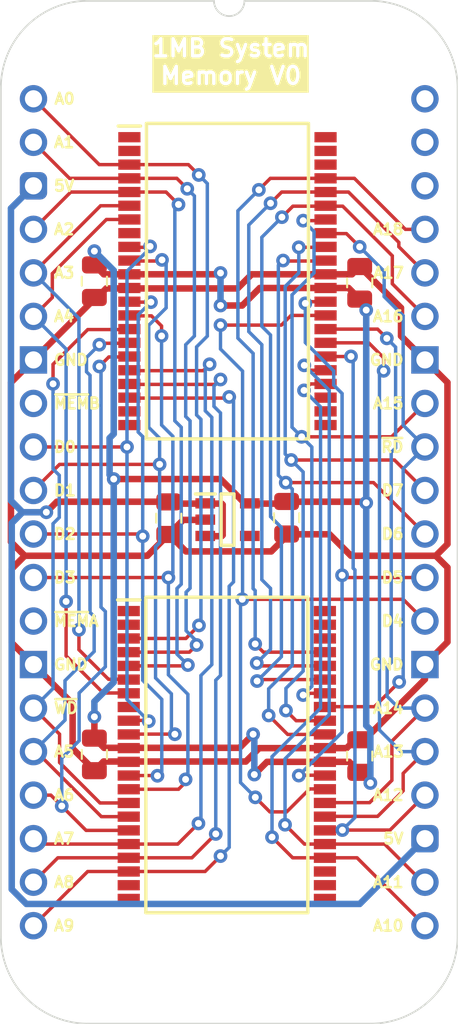
<source format=kicad_pcb>
(kicad_pcb (version 20241229) (generator "pcbnew") (generator_version "9.0")
  (title_block (title "HCP65 Coprocessor Memory") (date "2025-06-15") (rev "V0"))
  (layers (0 "F.Cu" signal) (2 "B.Cu" signal) (13 "F.Paste" user) (15 "B.Paste" user) (5 "F.SilkS" user "F.Silkscreen") (7 "B.SilkS" user "B.Silkscreen") (1 "F.Mask" user) (3 "B.Mask" user) (25 "Edge.Cuts" user))
  (net 0 "")
  (net 3 "A16")
  (net 6 "A17")
  (net 8 "5V")
  (net 10 "GND")
  (net 11 "/3.3V")
  (net 13 "A18")
  (net 23 "D7")
  (net 24 "D6")
  (net 25 "D5")
  (net 26 "D4")
  (net 27 "D3")
  (net 28 "D2")
  (net 29 "D1")
  (net 30 "D0")
  (net 31 "A0")
  (net 32 "A1")
  (net 33 "A2")
  (net 34 "A3")
  (net 35 "A4")
  (net 36 "A5")
  (net 37 "A6")
  (net 38 "A7")
  (net 39 "A8")
  (net 40 "A9")
  (net 41 "A10")
  (net 42 "A11")
  (net 43 "A12")
  (net 44 "A13")
  (net 45 "A14")
  (net 46 "A15")
  (net 53 "~{RD}")
  (net 54 "~{WD}")
  (net 55 "/~{Memory A}")
  (net 56 "/~{Memory B}")
  (net 58 "~{Memory_A}")
  (net 59 "~{Memory_B}")
  (footprint "SamacSys_Parts:SOP80P1176X120-44N" (layer "F.Cu") (at 11.2906 38.296)
    (property "Reference" "IC7" (hide yes))
    (property "Value" "IS61WV5128FBLL-10TLI" (hide yes))
  )
  (footprint "SamacSys_Parts:C_0805" (layer "F.Cu") (at 3.5566 38.247 180)
    (property "Reference" "C20" (hide yes))
    (property "Value" "1μF" (hide yes))
  )
  (footprint "SamacSys_Parts:C_0805" (layer "F.Cu") (at 7.8994 24.4602 180)
    (property "Reference" "C41" (hide yes))
    (property "Value" "10μF" (hide yes))
  )
  (footprint "SamacSys_Parts:C_0805" (layer "F.Cu") (at 19.0506 10.7566)
    (property "Reference" "C1" (hide yes))
    (property "Value" "1μF" (hide yes))
  )
  (footprint "SamacSys_Parts:C_0805" (layer "F.Cu") (at 3.5566 10.6296 180)
    (property "Reference" "C2" (hide yes))
    (property "Value" "1μF" (hide yes))
  )
  (footprint "SamacSys_Parts:SOT95P285X130-5N" (layer "F.Cu") (at 11.333 24.5618)
    (property "Reference" "IC36" (hide yes))
    (property "Value" "AP7365-33WG-7" (hide yes))
  )
  (footprint "SamacSys_Parts:DIP-40_Board_W22.86mm" (layer "F.Cu") (at 0 0)
    (property "Reference" "J3" (hide yes))
    (property "Value" "Conn_02x20_Counter_Clockwise")
    (fp_line (start -1.905 -0.635) (end -1.905 48.895) (stroke (width 0.1)) (layer "Edge.Cuts"))
    (fp_line (start 10.541 -5.715) (end 3.175 -5.715) (stroke (width 0.1)) (layer "Edge.Cuts"))
    (fp_line (start 19.685 -5.715) (end 12.319 -5.715) (stroke (width 0.1)) (layer "Edge.Cuts"))
    (fp_line (start 19.685 53.975) (end 3.175 53.975) (stroke (width 0.1)) (layer "Edge.Cuts"))
    (fp_line (start 24.765 48.895) (end 24.765 -0.635) (stroke (width 0.1)) (layer "Edge.Cuts"))
    (fp_arc (start -1.905 -0.635) (mid -0.417102 -4.227102) (end 3.175 -5.715) (stroke (width 0.1)) (layer "Edge.Cuts"))
    (fp_arc (start 3.175 53.975) (mid -0.417102 52.487102) (end -1.905 48.895) (stroke (width 0.1)) (layer "Edge.Cuts"))
    (fp_arc (start 12.319 -5.715) (mid 11.43 -4.826) (end 10.541 -5.715) (stroke (width 0.1)) (layer "Edge.Cuts"))
    (fp_arc (start 19.685 -5.715) (mid 23.277102 -4.227102) (end 24.765 -0.635) (stroke (width 0.1)) (layer "Edge.Cuts"))
    (fp_arc (start 24.765 48.895) (mid 23.277102 52.487102) (end 19.685 53.975) (stroke (width 0.1)) (layer "Edge.Cuts"))
  )
  (footprint "SamacSys_Parts:C_0805" (layer "F.Cu") (at 19.0506 38.374)
    (property "Reference" "C3" (hide yes))
    (property "Value" "1μF" (hide yes))
  )
  (footprint "SamacSys_Parts:SOP80P1176X120-44N" (layer "F.Cu") (at 11.3284 10.6426)
    (property "Reference" "IC4" (hide yes))
    (property "Value" "IS61WV5128FBLL-10TLI" (hide yes))
  )
  (footprint "SamacSys_Parts:C_0805" (layer "F.Cu") (at 14.7828 24.4348 180)
    (property "Reference" "C42" (hide yes))
    (property "Value" "10μF" (hide yes))
  )
  (footprint "SamacSys_Parts:PinHeader_1x20_P2.54mm_Vertical" (layer "B.Cu") (at 0 0 180)
    (property "Reference" "J1" (hide yes))
    (property "Value" "Pin_Header_01x20" (hide yes))
  )
  (footprint "SamacSys_Parts:PinHeader_1x20_P2.54mm_Vertical" (layer "B.Cu") (at 22.86 0 180)
    (property "Reference" "J2" (hide yes))
    (property "Value" "Pin_Header_01x20" (hide yes))
  )
  (gr_text "5V" (at 1.1176 5.08 0) (layer "F.SilkS") (effects (font (size 0.635 0.635)) (justify left)))
  (gr_text "GND" (at 21.6916 15.24 0) (layer "F.SilkS") (effects (font (size 0.635 0.635)) (justify right)))
  (gr_text "A6" (at 1.1176 40.64 0) (layer "F.SilkS") (effects (font (size 0.635 0.635)) (justify left)))
  (gr_text "A10" (at 21.6916 48.26 0) (layer "F.SilkS") (effects (font (size 0.635 0.635)) (justify right)))
  (gr_text "A11" (at 21.6916 45.72 0) (layer "F.SilkS") (effects (font (size 0.635 0.635)) (justify right)))
  (gr_text "GND" (at 1.1176 15.24 0) (layer "F.SilkS") (effects (font (size 0.635 0.635)) (justify left)))
  (gr_text "D4" (at 21.6916 30.48 0) (layer "F.SilkS") (effects (font (size 0.635 0.635)) (justify right)))
  (gr_text "A15" (at 21.6916 17.78 0) (layer "F.SilkS") (effects (font (size 0.635 0.635)) (justify right)))
  (gr_text "D6" (at 21.6916 25.4 0) (layer "F.SilkS") (effects (font (size 0.635 0.635)) (justify right)))
  (gr_text "~{MEM}B" (at 1.1176 17.78 0) (layer "F.SilkS") (effects (font (size 0.635 0.635)) (justify left)))
  (gr_text "D5" (at 21.6916 27.94 0) (layer "F.SilkS") (effects (font (size 0.635 0.635)) (justify right)))
  (gr_text "1MB System\nMemory V0" (at 11.5316 -0.762 0) (layer "F.SilkS" knockout) (effects (font (size 1 1) (thickness 0.2) (bold yes)) (justify bottom)))
  (gr_text "A14" (at 21.6916 35.56 0) (layer "F.SilkS") (effects (font (size 0.635 0.635)) (justify right)))
  (gr_text "A2" (at 1.1176 7.62 0) (layer "F.SilkS") (effects (font (size 0.635 0.635)) (justify left)))
  (gr_text "D2" (at 1.1176 25.4 0) (layer "F.SilkS") (effects (font (size 0.635 0.635)) (justify left)))
  (gr_text "A9" (at 1.1176 48.26 0) (layer "F.SilkS") (effects (font (size 0.635 0.635)) (justify left)))
  (gr_text "A12" (at 21.6916 40.64 0) (layer "F.SilkS") (effects (font (size 0.635 0.635)) (justify right)))
  (gr_text "A17" (at 21.717 10.16 0) (layer "F.SilkS") (effects (font (size 0.635 0.635)) (justify right)))
  (gr_text "5V" (at 21.6916 43.18 0) (layer "F.SilkS") (effects (font (size 0.635 0.635)) (justify right)))
  (gr_text "D3" (at 1.1176 27.94 0) (layer "F.SilkS") (effects (font (size 0.635 0.635)) (justify left)))
  (gr_text "GND" (at 1.1176 33.02 0) (layer "F.SilkS") (effects (font (size 0.635 0.635)) (justify left)))
  (gr_text "GND" (at 21.6916 33.02 0) (layer "F.SilkS") (effects (font (size 0.635 0.635)) (justify right)))
  (gr_text "A0" (at 1.143 0 0) (layer "F.SilkS") (effects (font (size 0.635 0.635)) (justify left)))
  (gr_text "A13" (at 21.717 38.1 0) (layer "F.SilkS") (effects (font (size 0.635 0.635)) (justify right)))
  (gr_text "A3" (at 1.1176 10.16 0) (layer "F.SilkS") (effects (font (size 0.635 0.635)) (justify left)))
  (gr_text "A7" (at 1.1176 43.18 0) (layer "F.SilkS") (effects (font (size 0.635 0.635)) (justify left)))
  (gr_text "A5" (at 1.1176 38.1 0) (layer "F.SilkS") (effects (font (size 0.635 0.635)) (justify left)))
  (gr_text "A4" (at 1.1176 12.7 0) (layer "F.SilkS") (effects (font (size 0.635 0.635)) (justify left)))
  (gr_text "A18" (at 21.6916 7.62 0) (layer "F.SilkS") (effects (font (size 0.635 0.635)) (justify right)))
  (gr_text "D0" (at 1.1176 20.32 0) (layer "F.SilkS") (effects (font (size 0.635 0.635)) (justify left)))
  (gr_text "A16" (at 21.6916 12.7 0) (layer "F.SilkS") (effects (font (size 0.635 0.635)) (justify right)))
  (gr_text "D1" (at 1.1176 22.86 0) (layer "F.SilkS") (effects (font (size 0.635 0.635)) (justify left)))
  (gr_text "D7" (at 21.6916 22.86 0) (layer "F.SilkS") (effects (font (size 0.635 0.635)) (justify right)))
  (gr_text "~{RD}" (at 21.6916 20.32 0) (layer "F.SilkS") (effects (font (size 0.635 0.635)) (justify right)))
  (gr_text "~{WD}" (at 1.1176 35.56 0) (layer "F.SilkS") (effects (font (size 0.635 0.635)) (justify left)))
  (gr_text "~{MEM}A" (at 1.1176 30.48 0) (layer "F.SilkS") (effects (font (size 0.635 0.635)) (justify left)))
  (gr_text "A8" (at 1.1176 45.72 0) (layer "F.SilkS") (effects (font (size 0.635 0.635)) (justify left)))
  (gr_text "A1" (at 1.1176 2.54 0) (layer "F.SilkS") (effects (font (size 0.635 0.635)) (justify left)))
  (segment (start 15.148624 6.268) (end 18.059405 6.268) (width 0.2) (layer "F.Cu") (net 3))
  (segment (start 13.1425 33.896) (end 13.058258 33.980242) (width 0.2) (layer "F.Cu") (net 3))
  (segment (start 20.955 10.795) (end 22.86 12.7) (width 0.2) (layer "F.Cu") (net 3))
  (segment (start 14.508267 6.908357) (end 15.148624 6.268) (width 0.2) (layer "F.Cu") (net 3))
  (segment (start 20.955 9.163595) (end 20.955 10.795) (width 0.2) (layer "F.Cu") (net 3))
  (segment (start 17.0186 33.896) (end 13.1425 33.896) (width 0.2) (layer "F.Cu") (net 3))
  (segment (start 18.059405 6.268) (end 20.955 9.163595) (width 0.2) (layer "F.Cu") (net 3))
  (via (at 14.508267 6.908357) (size 0.8) (drill 0.4) (layers "F.Cu" "B.Cu") (net 3))
  (via (at 13.058258 33.980242) (size 0.8) (drill 0.4) (layers "F.Cu" "B.Cu") (net 3))
  (segment (start 13.335 8.081624) (end 13.335 13.278) (width 0.2) (layer "B.Cu") (net 3))
  (segment (start 14.478 32.5605) (end 13.058258 33.980242) (width 0.2) (layer "B.Cu") (net 3))
  (segment (start 13.335 13.278) (end 13.843 13.786) (width 0.2) (layer "B.Cu") (net 3))
  (segment (start 13.843 24.384) (end 14.478 25.019) (width 0.2) (layer "B.Cu") (net 3))
  (segment (start 14.508267 6.908357) (end 13.335 8.081624) (width 0.2) (layer "B.Cu") (net 3))
  (segment (start 13.843 13.786) (end 13.843 24.384) (width 0.2) (layer "B.Cu") (net 3))
  (segment (start 14.478 25.019) (end 14.478 32.5605) (width 0.2) (layer "B.Cu") (net 3))
  (segment (start 13.843 6.096) (end 14.4964 5.4426) (width 0.2) (layer "F.Cu") (net 6))
  (segment (start 14.4964 5.4426) (end 17.0564 5.4426) (width 0.2) (layer "F.Cu") (net 6))
  (segment (start 21.336 8.636) (end 21.336 8.382) (width 0.2) (layer "F.Cu") (net 6))
  (segment (start 13.202757 33.096) (end 13.037207 32.93045) (width 0.2) (layer "F.Cu") (net 6))
  (segment (start 17.0186 33.096) (end 13.202757 33.096) (width 0.2) (layer "F.Cu") (net 6))
  (segment (start 21.336 8.382) (end 18.3966 5.4426) (width 0.2) (layer "F.Cu") (net 6))
  (segment (start 18.3966 5.4426) (end 17.0564 5.4426) (width 0.2) (layer "F.Cu") (net 6))
  (segment (start 22.86 10.16) (end 21.336 8.636) (width 0.2) (layer "F.Cu") (net 6))
  (via (at 13.037207 32.93045) (size 0.8) (drill 0.4) (layers "F.Cu" "B.Cu") (net 6))
  (via (at 13.843 6.096) (size 0.8) (drill 0.4) (layers "F.Cu" "B.Cu") (net 6))
  (segment (start 12.573 13.589) (end 13.335 14.351) (width 0.2) (layer "B.Cu") (net 6))
  (segment (start 13.843 6.096) (end 12.573 7.366) (width 0.2) (layer "B.Cu") (net 6))
  (segment (start 13.843 28.575) (end 13.843 32.124657) (width 0.2) (layer "B.Cu") (net 6))
  (segment (start 13.335 28.067) (end 13.843 28.575) (width 0.2) (layer "B.Cu") (net 6))
  (segment (start 12.573 7.366) (end 12.573 13.589) (width 0.2) (layer "B.Cu") (net 6))
  (segment (start 13.335 14.351) (end 13.335 28.067) (width 0.2) (layer "B.Cu") (net 6))
  (segment (start 13.843 32.124657) (end 13.037207 32.93045) (width 0.2) (layer "B.Cu") (net 6))
  (segment (start 10.988 23.627) (end 11.049 23.688) (width 0.38) (layer "F.Cu") (net 8))
  (segment (start 11.049 23.688) (end 11.049 25.466) (width 0.38) (layer "F.Cu") (net 8))
  (segment (start 10.033 23.627) (end 10.988 23.627) (width 0.38) (layer "F.Cu") (net 8))
  (segment (start 10.033 23.627) (end 8.015 23.627) (width 0.38) (layer "F.Cu") (net 8))
  (segment (start 7.904 23.516) (end 1.364426 23.516) (width 0.38) (layer "F.Cu") (net 8))
  (segment (start 1.364426 23.516) (end 0.750426 24.13) (width 0.38) (layer "F.Cu") (net 8))
  (segment (start 10.988 25.527) (end 10.033 25.527) (width 0.38) (layer "F.Cu") (net 8))
  (segment (start 11.049 25.466) (end 10.988 25.527) (width 0.38) (layer "F.Cu") (net 8))
  (via (at 0.750426 24.13) (size 0.8) (drill 0.4) (layers "F.Cu" "B.Cu") (net 8))
  (segment (start -0.412915 46.99) (end 19.05 46.99) (width 0.38) (layer "B.Cu") (net 8))
  (segment (start -1.27 46.132915) (end -0.412915 46.99) (width 0.38) (layer "B.Cu") (net 8))
  (segment (start -1.27 24.765) (end -1.27 46.132915) (width 0.38) (layer "B.Cu") (net 8))
  (segment (start -0.635 24.13) (end -1.27 24.765) (width 0.38) (layer "B.Cu") (net 8))
  (segment (start -1.315 23.45) (end -0.635 24.13) (width 0.38) (layer "B.Cu") (net 8))
  (segment (start 19.05 46.99) (end 22.86 43.18) (width 0.38) (layer "B.Cu") (net 8))
  (segment (start -1.315 6.395) (end -1.315 23.45) (width 0.38) (layer "B.Cu") (net 8))
  (segment (start -0.635 24.13) (end 0.750426 24.13) (width 0.38) (layer "B.Cu") (net 8))
  (segment (start 0 5.08) (end -1.315 6.395) (width 0.38) (layer "B.Cu") (net 8))
  (segment (start 19.0506 9.7906) (end 21.463 12.203) (width 0.38) (layer "F.Cu") (net 10))
  (segment (start 21.463 13.843) (end 22.86 15.24) (width 0.38) (layer "F.Cu") (net 10))
  (segment (start 23.495 26.67) (end 24.175 25.99) (width 0.38) (layer "F.Cu") (net 10))
  (segment (start 17.0564 10.2426) (end 12.7444 10.2426) (width 0.38) (layer "F.Cu") (net 10))
  (segment (start -0.508 26.67) (end -1.27 27.432) (width 0.38) (layer "F.Cu") (net 10))
  (segment (start 18.288 37.896) (end 17.0186 37.896) (width 0.38) (layer "F.Cu") (net 10))
  (segment (start 11.919 11.068) (end 4.249 11.068) (width 0.38) (layer "F.Cu") (net 10))
  (segment (start -1.27 31.75) (end 0 33.02) (width 0.38) (layer "F.Cu") (net 10))
  (segment (start 18.923 37.261) (end 18.288 37.896) (width 0.38) (layer "F.Cu") (net 10))
  (segment (start 0 15.24) (end -1.315 16.555) (width 0.38) (layer "F.Cu") (net 10))
  (segment (start 24.175 27.35) (end 24.175 31.705) (width 0.38) (layer "F.Cu") (net 10))
  (segment (start 13.889 26.416) (end 14.889 25.416) (width 0.38) (layer "F.Cu") (net 10))
  (segment (start 23.495 26.67) (end 24.175 27.35) (width 0.38) (layer "F.Cu") (net 10))
  (segment (start 0 33.02) (end 2.286 35.306) (width 0.38) (layer "F.Cu") (net 10))
  (segment (start 7.904 25.416) (end 8.904 26.416) (width 0.38) (layer "F.Cu") (net 10))
  (segment (start -1.315 16.555) (end -1.315 25.863) (width 0.38) (layer "F.Cu") (net 10))
  (segment (start 24.175 31.705) (end 22.86 33.02) (width 0.38) (layer "F.Cu") (net 10))
  (segment (start 13.182466 37.896) (end 17.0186 37.896) (width 0.38) (layer "F.Cu") (net 10))
  (segment (start 0 15.24) (end 3.606 11.634) (width 0.38) (layer "F.Cu") (net 10))
  (segment (start 3.5566 39.213) (end 4.0916 38.678) (width 0.38) (layer "F.Cu") (net 10))
  (segment (start -1.27 27.432) (end -1.27 31.75) (width 0.38) (layer "F.Cu") (net 10))
  (segment (start 18.5986 10.2426) (end 19.0506 9.7906) (width 0.38) (layer "F.Cu") (net 10))
  (segment (start 18.542 26.67) (end 17.288 25.416) (width 0.38) (layer "F.Cu") (net 10))
  (segment (start 10.033 24.577) (end 8.743 24.577) (width 0.38) (layer "F.Cu") (net 10))
  (segment (start 21.463 12.203) (end 21.463 13.843) (width 0.38) (layer "F.Cu") (net 10))
  (segment (start 22.86 33.877085) (end 19.476085 37.261) (width 0.38) (layer "F.Cu") (net 10))
  (segment (start 12.400466 38.678) (end 13.182466 37.896) (width 0.38) (layer "F.Cu") (net 10))
  (segment (start 12.7444 10.2426) (end 11.919 11.068) (width 0.38) (layer "F.Cu") (net 10))
  (segment (start 2.286 35.306) (end 2.286 37.923) (width 0.38) (layer "F.Cu") (net 10))
  (segment (start 17.0564 10.2426) (end 18.5986 10.2426) (width 0.38) (layer "F.Cu") (net 10))
  (segment (start 4.0916 38.678) (end 12.400466 38.678) (width 0.38) (layer "F.Cu") (net 10))
  (segment (start 8.743 24.577) (end 7.904 25.416) (width 0.38) (layer "F.Cu") (net 10))
  (segment (start 4.249 11.068) (end 3.683 11.634) (width 0.38) (layer "F.Cu") (net 10))
  (segment (start 6.65 26.67) (end -0.508 26.67) (width 0.38) (layer "F.Cu") (net 10))
  (segment (start 22.86 33.02) (end 22.86 33.877085) (width 0.38) (layer "F.Cu") (net 10))
  (segment (start 8.904 26.416) (end 13.889 26.416) (width 0.38) (layer "F.Cu") (net 10))
  (segment (start 24.175 25.99) (end 24.175 16.555) (width 0.38) (layer "F.Cu") (net 10))
  (segment (start 7.904 25.416) (end 6.65 26.67) (width 0.38) (layer "F.Cu") (net 10))
  (segment (start -1.315 25.863) (end -0.508 26.67) (width 0.38) (layer "F.Cu") (net 10))
  (segment (start 2.286 37.923) (end 3.5566 39.1936) (width 0.38) (layer "F.Cu") (net 10))
  (segment (start 24.175 16.555) (end 22.86 15.24) (width 0.38) (layer "F.Cu") (net 10))
  (segment (start 23.495 26.67) (end 18.542 26.67) (width 0.38) (layer "F.Cu") (net 10))
  (segment (start 17.288 25.416) (end 14.889 25.416) (width 0.38) (layer "F.Cu") (net 10))
  (segment (start 3.5566 9.6956) (end 4.1036 10.2426) (width 0.38) (layer "F.Cu") (net 11))
  (segment (start 4.1036 10.2426) (end 5.6004 10.2426) (width 0.38) (layer "F.Cu") (net 11))
  (segment (start 12.827 37.084) (end 12.033 37.878) (width 0.38) (layer "F.Cu") (net 11))
  (segment (start 12.033 37.878) (end 4.1216 37.878) (width 0.38) (layer "F.Cu") (net 11))
  (segment (start 19.431009 12.071009) (end 19.0506 11.6906) (width 0.38) (layer "F.Cu") (net 11))
  (segment (start 3.5566 36.0686) (end 3.556 36.068) (width 0.38) (layer "F.Cu") (net 11))
  (segment (start 19.0506 39.308) (end 19.673 39.930398) (width 0.38) (layer "F.Cu") (net 11))
  (segment (start 3.556 8.89) (end 3.556 9.695) (width 0.38) (layer "F.Cu") (net 11))
  (segment (start 18.4386 38.696) (end 19.0506 39.308) (width 0.38) (layer "F.Cu") (net 11))
  (segment (start 10.922 12.065) (end 12.192 12.065) (width 0.38) (layer "F.Cu") (net 11))
  (segment (start 12.633 23.627) (end 14.778 23.627) (width 0.38) (layer "F.Cu") (net 11))
  (segment (start 5.6004 10.2426) (end 10.845963 10.2426) (width 0.38) (layer "F.Cu") (net 11))
  (segment (start 17.013 38.696) (end 13.639808 38.696) (width 0.38) (layer "F.Cu") (net 11))
  (segment (start 14.889 23.516) (end 19.366425 23.516) (width 0.38) (layer "F.Cu") (net 11))
  (segment (start 18.4026 11.0426) (end 17.0564 11.0426) (width 0.38) (layer "F.Cu") (net 11))
  (segment (start 12.192 12.065) (end 13.2144 11.0426) (width 0.38) (layer "F.Cu") (net 11))
  (segment (start 10.845963 10.2426) (end 10.921999 10.166564) (width 0.38) (layer "F.Cu") (net 11))
  (segment (start 17.0186 38.696) (end 18.4386 38.696) (width 0.38) (layer "F.Cu") (net 11))
  (segment (start 10.923103 22.192103) (end 4.687 22.192103) (width 0.38) (layer "F.Cu") (net 11))
  (segment (start 13.2144 11.0426) (end 17.0564 11.0426) (width 0.38) (layer "F.Cu") (net 11))
  (segment (start 13.639808 38.696) (end 12.896404 39.439404) (width 0.38) (layer "F.Cu") (net 11))
  (segment (start 3.5566 37.313) (end 3.5566 36.0686) (width 0.38) (layer "F.Cu") (net 11))
  (segment (start 4.1216 37.878) (end 3.5566 37.313) (width 0.38) (layer "F.Cu") (net 11))
  (segment (start 19.366425 23.516) (end 19.431009 23.580584) (width 0.38) (layer "F.Cu") (net 11))
  (segment (start 19.431009 12.071009) (end 18.4026 11.0426) (width 0.38) (layer "F.Cu") (net 11))
  (segment (start 19.431009 12.071009) (end 19.431009 12.331) (width 0.38) (layer "F.Cu") (net 11))
  (segment (start 12.358 23.627) (end 10.923103 22.192103) (width 0.38) (layer "F.Cu") (net 11))
  (via (at 19.431009 23.580584) (size 0.8) (drill 0.4) (layers "F.Cu" "B.Cu") (net 11))
  (via (at 3.556 8.89) (size 0.8) (drill 0.4) (layers "F.Cu" "B.Cu") (net 11))
  (via (at 3.556 36.068) (size 0.8) (drill 0.4) (layers "F.Cu" "B.Cu") (net 11))
  (via (at 10.922 12.065) (size 0.8) (drill 0.4) (layers "F.Cu" "B.Cu") (net 11))
  (via (at 19.431009 12.331) (size 0.8) (drill 0.4) (layers "F.Cu" "B.Cu") (net 11))
  (via (at 12.896404 39.439404) (size 0.8) (drill 0.4) (layers "F.Cu" "B.Cu") (net 11))
  (via (at 12.827 37.084) (size 0.8) (drill 0.4) (layers "F.Cu" "B.Cu") (net 11))
  (via (at 19.673 39.930398) (size 0.8) (drill 0.4) (layers "F.Cu" "B.Cu") (net 11))
  (via (at 4.687 22.192103) (size 0.8) (drill 0.4) (layers "F.Cu" "B.Cu") (net 11))
  (via (at 10.921999 10.166564) (size 0.8) (drill 0.4) (layers "F.Cu" "B.Cu") (net 11))
  (segment (start 4.687 19.558) (end 4.687 10.021) (width 0.38) (layer "B.Cu") (net 11))
  (segment (start 10.921999 10.166564) (end 10.922 12.065) (width 0.38) (layer "B.Cu") (net 11))
  (segment (start 4.445 19.8) (end 4.687 19.558) (width 0.38) (layer "B.Cu") (net 11))
  (segment (start 19.431009 23.580584) (end 19.431009 36.576) (width 0.38) (layer "B.Cu") (net 11))
  (segment (start 4.687 22.192103) (end 4.687 34.048) (width 0.38) (layer "B.Cu") (net 11))
  (segment (start 4.445 21.950103) (end 4.445 19.8) (width 0.38) (layer "B.Cu") (net 11))
  (segment (start 3.556 35.179) (end 3.556 36.068) (width 0.38) (layer "B.Cu") (net 11))
  (segment (start 19.673 36.817991) (end 19.431009 36.576) (width 0.38) (layer "B.Cu") (net 11))
  (segment (start 4.687 34.048) (end 3.556 35.179) (width 0.38) (layer "B.Cu") (net 11))
  (segment (start 19.431009 12.331) (end 19.431009 23.580584) (width 0.38) (layer "B.Cu") (net 11))
  (segment (start 12.896404 37.153404) (end 12.827 37.084) (width 0.38) (layer "B.Cu") (net 11))
  (segment (start 19.673 39.930398) (end 19.673 36.817991) (width 0.38) (layer "B.Cu") (net 11))
  (segment (start 12.896404 39.439404) (end 12.896404 37.153404) (width 0.38) (layer "B.Cu") (net 11))
  (segment (start 4.687 10.021) (end 3.556 8.89) (width 0.38) (layer "B.Cu") (net 11))
  (segment (start 4.687 22.192103) (end 4.445 21.950103) (width 0.38) (layer "B.Cu") (net 11))
  (segment (start 18.7396 4.6426) (end 21.717 7.62) (width 0.2) (layer "F.Cu") (net 13))
  (segment (start 21.717 7.62) (end 22.86 7.62) (width 0.2) (layer "F.Cu") (net 13))
  (segment (start 17.0564 4.6426) (end 18.7396 4.6426) (width 0.2) (layer "F.Cu") (net 13))
  (segment (start 13.160979 5.314934) (end 13.833313 4.6426) (width 0.2) (layer "F.Cu") (net 13))
  (segment (start 13.425086 32.296) (end 12.946502 31.817416) (width 0.2) (layer "F.Cu") (net 13))
  (segment (start 13.833313 4.6426) (end 17.0564 4.6426) (width 0.2) (layer "F.Cu") (net 13))
  (segment (start 17.0186 32.296) (end 13.425086 32.296) (width 0.2) (layer "F.Cu") (net 13))
  (via (at 12.946502 31.817416) (size 0.8) (drill 0.4) (layers "F.Cu" "B.Cu") (net 13))
  (via (at 13.160979 5.314934) (size 0.8) (drill 0.4) (layers "F.Cu" "B.Cu") (net 13))
  (segment (start 12.827 14.859) (end 12.827 28.582498) (width 0.2) (layer "B.Cu") (net 13))
  (segment (start 11.938 13.97) (end 12.827 14.859) (width 0.2) (layer "B.Cu") (net 13))
  (segment (start 12.946502 28.702) (end 12.946502 31.817416) (width 0.2) (layer "B.Cu") (net 13))
  (segment (start 13.160979 5.314934) (end 11.938 6.537913) (width 0.2) (layer "B.Cu") (net 13))
  (segment (start 12.827 28.582498) (end 12.946502 28.702) (width 0.2) (layer "B.Cu") (net 13))
  (segment (start 11.938 6.537913) (end 11.938 13.97) (width 0.2) (layer "B.Cu") (net 13))
  (segment (start 17.031 8.668) (end 15.494 8.668) (width 0.2) (layer "F.Cu") (net 23))
  (segment (start 15.33981 36.296) (end 14.743997 35.700187) (width 0.2) (layer "F.Cu") (net 23))
  (segment (start 22.86 22.86) (end 21.082 21.082) (width 0.2) (layer "F.Cu") (net 23))
  (segment (start 21.082 21.082) (end 15.05 21.082) (width 0.2) (layer "F.Cu") (net 23))
  (segment (start 17.013 36.296) (end 15.33981 36.296) (width 0.2) (layer "F.Cu") (net 23))
  (via (at 15.05 21.082) (size 0.8) (drill 0.4) (layers "F.Cu" "B.Cu") (net 23))
  (via (at 15.494 8.668) (size 0.8) (drill 0.4) (layers "F.Cu" "B.Cu") (net 23))
  (via (at 14.743997 35.700187) (size 0.8) (drill 0.4) (layers "F.Cu" "B.Cu") (net 23))
  (segment (start 15.05 21.082) (end 14.7 20.732) (width 0.2) (layer "B.Cu") (net 23))
  (segment (start 14.7 10.954) (end 15.494 10.16) (width 0.2) (layer "B.Cu") (net 23))
  (segment (start 15.748 21.78) (end 15.748 33.401) (width 0.2) (layer "B.Cu") (net 23))
  (segment (start 14.7 20.732) (end 14.7 10.954) (width 0.2) (layer "B.Cu") (net 23))
  (segment (start 14.743997 34.405003) (end 14.743997 35.700187) (width 0.2) (layer "B.Cu") (net 23))
  (segment (start 15.748 33.401) (end 14.743997 34.405003) (width 0.2) (layer "B.Cu") (net 23))
  (segment (start 15.05 21.082) (end 15.748 21.78) (width 0.2) (layer "B.Cu") (net 23))
  (segment (start 15.494 10.16) (end 15.494 8.668) (width 0.2) (layer "B.Cu") (net 23))
  (segment (start 14.841964 37.096) (end 13.73431 35.988346) (width 0.2) (layer "F.Cu") (net 24))
  (segment (start 17.0186 37.096) (end 14.841964 37.096) (width 0.2) (layer "F.Cu") (net 24))
  (segment (start 14.605 9.468) (end 14.576855 9.439855) (width 0.2) (layer "F.Cu") (net 24))
  (segment (start 17.031 9.468) (end 14.605 9.468) (width 0.2) (layer "F.Cu") (net 24))
  (segment (start 19.860037 22.400037) (end 14.732 22.400037) (width 0.2) (layer "F.Cu") (net 24))
  (segment (start 22.86 25.4) (end 19.860037 22.400037) (width 0.2) (layer "F.Cu") (net 24))
  (via (at 14.576855 9.439855) (size 0.8) (drill 0.4) (layers "F.Cu" "B.Cu") (net 24))
  (via (at 13.73431 35.988346) (size 0.8) (drill 0.4) (layers "F.Cu" "B.Cu") (net 24))
  (via (at 14.732 22.400037) (size 0.8) (drill 0.4) (layers "F.Cu" "B.Cu") (net 24))
  (segment (start 14.3 21.968037) (end 14.732 22.400037) (width 0.2) (layer "B.Cu") (net 24))
  (segment (start 14.576855 9.439855) (end 14.3 9.71671) (width 0.2) (layer "B.Cu") (net 24))
  (segment (start 14.3 9.71671) (end 14.3 21.968037) (width 0.2) (layer "B.Cu") (net 24))
  (segment (start 13.73431 34.431722) (end 13.73431 35.988346) (width 0.2) (layer "B.Cu") (net 24))
  (segment (start 15.113 33.053032) (end 13.73431 34.431722) (width 0.2) (layer "B.Cu") (net 24))
  (segment (start 14.732 22.400037) (end 15.113 22.781037) (width 0.2) (layer "B.Cu") (net 24))
  (segment (start 15.113 22.781037) (end 15.113 33.053032) (width 0.2) (layer "B.Cu") (net 24))
  (segment (start 15.9704 11.8426) (end 15.875 11.938) (width 0.2) (layer "F.Cu") (net 25))
  (segment (start 18.1545 27.94) (end 18.022 27.8075) (width 0.2) (layer "F.Cu") (net 25))
  (segment (start 15.513 39.478) (end 15.494 39.497) (width 0.2) (layer "F.Cu") (net 25))
  (segment (start 17.0564 11.8426) (end 15.9704 11.8426) (width 0.2) (layer "F.Cu") (net 25))
  (segment (start 22.86 27.94) (end 18.1545 27.94) (width 0.2) (layer "F.Cu") (net 25))
  (segment (start 17.031 39.478) (end 15.513 39.478) (width 0.2) (layer "F.Cu") (net 25))
  (via (at 15.875 11.938) (size 0.8) (drill 0.4) (layers "F.Cu" "B.Cu") (net 25))
  (via (at 15.494 39.497) (size 0.8) (drill 0.4) (layers "F.Cu" "B.Cu") (net 25))
  (via (at 18.022 27.8075) (size 0.8) (drill 0.4) (layers "F.Cu" "B.Cu") (net 25))
  (segment (start 15.494 39.497) (end 18.022 36.969) (width 0.2) (layer "B.Cu") (net 25))
  (segment (start 17.5315 16.708214) (end 18.022 17.198714) (width 0.2) (layer "B.Cu") (net 25))
  (segment (start 15.875 14.224) (end 17.5315 15.8805) (width 0.2) (layer "B.Cu") (net 25))
  (segment (start 18.022 17.198714) (end 18.022 27.8075) (width 0.2) (layer "B.Cu") (net 25))
  (segment (start 15.875 11.938) (end 15.875 14.224) (width 0.2) (layer "B.Cu") (net 25))
  (segment (start 18.022 36.969) (end 18.022 27.8075) (width 0.2) (layer "B.Cu") (net 25))
  (segment (start 17.5315 15.8805) (end 17.5315 16.708214) (width 0.2) (layer "B.Cu") (net 25))
  (segment (start 21.590006 29.210006) (end 12.191997 29.210006) (width 0.2) (layer "F.Cu") (net 26))
  (segment (start 15.0434 12.6426) (end 14.478 13.208) (width 0.2) (layer "F.Cu") (net 26))
  (segment (start 14.785964 41.616) (end 13.803 41.616) (width 0.2) (layer "F.Cu") (net 26))
  (segment (start 17.0564 12.6426) (end 15.0434 12.6426) (width 0.2) (layer "F.Cu") (net 26))
  (segment (start 22.86 30.48) (end 21.590006 29.210006) (width 0.2) (layer "F.Cu") (net 26))
  (segment (start 14.478 13.208) (end 10.922 13.208) (width 0.2) (layer "F.Cu") (net 26))
  (segment (start 13.803 41.616) (end 12.954 40.767) (width 0.2) (layer "F.Cu") (net 26))
  (segment (start 16.123964 40.278) (end 14.785964 41.616) (width 0.2) (layer "F.Cu") (net 26))
  (segment (start 17.031 40.278) (end 16.123964 40.278) (width 0.2) (layer "F.Cu") (net 26))
  (via (at 12.191997 29.210006) (size 0.8) (drill 0.4) (layers "F.Cu" "B.Cu") (net 26))
  (via (at 10.922 13.208) (size 0.8) (drill 0.4) (layers "F.Cu" "B.Cu") (net 26))
  (via (at 12.954 40.767) (size 0.8) (drill 0.4) (layers "F.Cu" "B.Cu") (net 26))
  (segment (start 12.211 15.894) (end 10.922 14.605) (width 0.2) (layer "B.Cu") (net 26))
  (segment (start 12.211 29.191003) (end 12.211 15.894) (width 0.2) (layer "B.Cu") (net 26))
  (segment (start 12.191997 29.210006) (end 12.211 29.191003) (width 0.2) (layer "B.Cu") (net 26))
  (segment (start 12.191997 29.210006) (end 12.090677 29.311326) (width 0.2) (layer "B.Cu") (net 26))
  (segment (start 12.090677 39.903677) (end 12.954 40.767) (width 0.2) (layer "B.Cu") (net 26))
  (segment (start 10.922 14.605) (end 10.922 13.208) (width 0.2) (layer "B.Cu") (net 26))
  (segment (start 12.090677 29.311326) (end 12.090677 39.903677) (width 0.2) (layer "B.Cu") (net 26))
  (segment (start 5.5626 40.296) (end 8.472 40.296) (width 0.2) (layer "F.Cu") (net 27))
  (segment (start 5.575 12.668) (end 6.8895 12.668) (width 0.2) (layer "F.Cu") (net 27))
  (segment (start 6.8895 12.668) (end 7.481 13.2595) (width 0.2) (layer "F.Cu") (net 27))
  (segment (start 8.472 40.296) (end 8.883 39.885) (width 0.2) (layer "F.Cu") (net 27))
  (segment (start 8.883 39.885) (end 8.883 39.720119) (width 0.2) (layer "F.Cu") (net 27))
  (segment (start 7.481 13.2595) (end 7.481 13.843) (width 0.2) (layer "F.Cu") (net 27))
  (segment (start 0 27.94) (end 7.879 27.94) (width 0.2) (layer "F.Cu") (net 27))
  (via (at 7.879 27.94) (size 0.8) (drill 0.4) (layers "F.Cu" "B.Cu") (net 27))
  (via (at 8.883 39.720119) (size 0.8) (drill 0.4) (layers "F.Cu" "B.Cu") (net 27))
  (via (at 7.481 13.843) (size 0.8) (drill 0.4) (layers "F.Cu" "B.Cu") (net 27))
  (segment (start 7.879 27.94) (end 8.14 27.679) (width 0.2) (layer "B.Cu") (net 27))
  (segment (start 8.14 19.697) (end 7.481 19.038) (width 0.2) (layer "B.Cu") (net 27))
  (segment (start 9.017 39.586119) (end 9.017 34.751493) (width 0.2) (layer "B.Cu") (net 27))
  (segment (start 8.14 27.679) (end 8.14 19.697) (width 0.2) (layer "B.Cu") (net 27))
  (segment (start 7.879 33.613493) (end 7.879 27.94) (width 0.2) (layer "B.Cu") (net 27))
  (segment (start 9.017 34.751493) (end 7.879 33.613493) (width 0.2) (layer "B.Cu") (net 27))
  (segment (start 7.481 19.038) (end 7.481 13.843) (width 0.2) (layer "B.Cu") (net 27))
  (segment (start 8.883 39.720119) (end 9.017 39.586119) (width 0.2) (layer "B.Cu") (net 27))
  (segment (start 0 25.4) (end 6.252595 25.4) (width 0.2) (layer "F.Cu") (net 28))
  (segment (start 5.5626 39.496) (end 7.225998 39.496) (width 0.2) (layer "F.Cu") (net 28))
  (segment (start 7.225998 39.496) (end 7.238998 39.509) (width 0.2) (layer "F.Cu") (net 28))
  (segment (start 5.575 11.868) (end 6.858 11.868) (width 0.2) (layer "F.Cu") (net 28))
  (segment (start 6.252595 25.4) (end 6.379 25.526405) (width 0.2) (layer "F.Cu") (net 28))
  (via (at 6.379 25.526405) (size 0.8) (drill 0.4) (layers "F.Cu" "B.Cu") (net 28))
  (via (at 7.238998 39.509) (size 0.8) (drill 0.4) (layers "F.Cu" "B.Cu") (net 28))
  (via (at 6.858 11.868) (size 0.8) (drill 0.4) (layers "F.Cu" "B.Cu") (net 28))
  (segment (start 7.493 39.254998) (end 7.238998 39.509) (width 0.2) (layer "B.Cu") (net 28))
  (segment (start 6.858 11.868) (end 6.115 12.611) (width 0.2) (layer "B.Cu") (net 28))
  (segment (start 6.115 19.45) (end 6.379 19.714) (width 0.2) (layer "B.Cu") (net 28))
  (segment (start 6.379 19.714) (end 6.379 25.526405) (width 0.2) (layer "B.Cu") (net 28))
  (segment (start 6.379 33.938) (end 7.493 35.052) (width 0.2) (layer "B.Cu") (net 28))
  (segment (start 6.115 12.611) (end 6.115 19.45) (width 0.2) (layer "B.Cu") (net 28))
  (segment (start 6.379 25.526405) (end 6.379 33.938) (width 0.2) (layer "B.Cu") (net 28))
  (segment (start 7.493 35.052) (end 7.493 39.254998) (width 0.2) (layer "B.Cu") (net 28))
  (segment (start 5.575 9.468) (end 7.492762 9.468) (width 0.2) (layer "F.Cu") (net 29))
  (segment (start 5.575 37.078) (end 8.110003 37.078) (width 0.2) (layer "F.Cu") (net 29))
  (segment (start 7.492762 9.468) (end 7.505 9.455762) (width 0.2) (layer "F.Cu") (net 29))
  (segment (start 0 22.86) (end 1.524 21.336) (width 0.2) (layer "F.Cu") (net 29))
  (segment (start 8.110003 37.078) (end 8.116 37.083997) (width 0.2) (layer "F.Cu") (net 29))
  (segment (start 1.524 21.336) (end 7.366 21.336) (width 0.2) (layer "F.Cu") (net 29))
  (segment (start 8.116 37.083997) (end 8.255 37.083997) (width 0.2) (layer "F.Cu") (net 29))
  (segment (start 7.505 9.455762) (end 7.505 9.4026) (width 0.2) (layer "F.Cu") (net 29))
  (via (at 7.366 21.336) (size 0.8) (drill 0.4) (layers "F.Cu" "B.Cu") (net 29))
  (via (at 7.505 9.4026) (size 0.8) (drill 0.4) (layers "F.Cu" "B.Cu") (net 29))
  (via (at 8.255 37.083997) (size 0.8) (drill 0.4) (layers "F.Cu" "B.Cu") (net 29))
  (segment (start 8.054164 34.724164) (end 8.054164 37.022161) (width 0.2) (layer "B.Cu") (net 29))
  (segment (start 7.129 26.145) (end 7.129 33.799) (width 0.2) (layer "B.Cu") (net 29))
  (segment (start 8.054164 37.022161) (end 8.116 37.083997) (width 0.2) (layer "B.Cu") (net 29))
  (segment (start 8.116 37.083997) (end 8.255 37.083997) (width 0.2) (layer "B.Cu") (net 29))
  (segment (start 7.129 33.799) (end 8.054164 34.724164) (width 0.2) (layer "B.Cu") (net 29))
  (segment (start 7.366 21.336) (end 7.366 25.908) (width 0.2) (layer "B.Cu") (net 29))
  (segment (start 7.747 9.6446) (end 7.505 9.4026) (width 0.2) (layer "B.Cu") (net 29))
  (segment (start 7.366 19.812) (end 6.731 19.177) (width 0.2) (layer "B.Cu") (net 29))
  (segment (start 7.747 12.204327) (end 7.747 9.6446) (width 0.2) (layer "B.Cu") (net 29))
  (segment (start 6.731 19.177) (end 6.731 13.220327) (width 0.2) (layer "B.Cu") (net 29))
  (segment (start 7.366 25.908) (end 7.129 26.145) (width 0.2) (layer "B.Cu") (net 29))
  (segment (start 6.731 13.220327) (end 7.747 12.204327) (width 0.2) (layer "B.Cu") (net 29))
  (segment (start 7.366 21.336) (end 7.366 19.812) (width 0.2) (layer "B.Cu") (net 29))
  (segment (start 6.757649 8.668) (end 6.811004 8.614645) (width 0.2) (layer "F.Cu") (net 30))
  (segment (start 6.687 36.278) (end 6.731 36.322) (width 0.2) (layer "F.Cu") (net 30))
  (segment (start 5.575 8.668) (end 6.757649 8.668) (width 0.2) (layer "F.Cu") (net 30))
  (segment (start 5.575 36.278) (end 6.687 36.278) (width 0.2) (layer "F.Cu") (net 30))
  (segment (start 0 20.32) (end 5.461 20.32) (width 0.2) (layer "F.Cu") (net 30))
  (via (at 6.731 36.322) (size 0.8) (drill 0.4) (layers "F.Cu" "B.Cu") (net 30))
  (via (at 6.811004 8.614645) (size 0.8) (drill 0.4) (layers "F.Cu" "B.Cu") (net 30))
  (via (at 5.461 20.32) (size 0.8) (drill 0.4) (layers "F.Cu" "B.Cu") (net 30))
  (segment (start 6.731 36.322) (end 5.461 35.052) (width 0.2) (layer "B.Cu") (net 30))
  (segment (start 5.461 35.052) (end 5.461 20.32) (width 0.2) (layer "B.Cu") (net 30))
  (segment (start 6.811004 8.714995) (end 6.811004 8.614645) (width 0.2) (layer "B.Cu") (net 30))
  (segment (start 5.461 20.32) (end 5.461 10.064999) (width 0.2) (layer "B.Cu") (net 30))
  (segment (start 5.461 10.064999) (end 6.811004 8.714995) (width 0.2) (layer "B.Cu") (net 30))
  (segment (start 5.5626 31.496) (end 8.902 31.496) (width 0.2) (layer "F.Cu") (net 31))
  (segment (start 5.6004 3.8426) (end 9.0496 3.8426) (width 0.2) (layer "F.Cu") (net 31))
  (segment (start 0 0) (end 3.8426 3.8426) (width 0.2) (layer "F.Cu") (net 31))
  (segment (start 3.8426 3.8426) (end 5.6004 3.8426) (width 0.2) (layer "F.Cu") (net 31))
  (segment (start 8.902 31.496) (end 9.664 30.734) (width 0.2) (layer "F.Cu") (net 31))
  (segment (start 9.0496 3.8426) (end 9.652 4.445) (width 0.2) (layer "F.Cu") (net 31))
  (via (at 9.664 30.734) (size 0.8) (drill 0.4) (layers "F.Cu" "B.Cu") (net 31))
  (via (at 9.652 4.445) (size 0.8) (drill 0.4) (layers "F.Cu" "B.Cu") (net 31))
  (segment (start 10.151417 13.851583) (end 9.525 14.478) (width 0.2) (layer "B.Cu") (net 31))
  (segment (start 9.652 4.445) (end 10.151417 4.944417) (width 0.2) (layer "B.Cu") (net 31))
  (segment (start 9.525 18.453) (end 9.779 18.707) (width 0.2) (layer "B.Cu") (net 31))
  (segment (start 10.151417 4.944417) (end 10.151417 13.851583) (width 0.2) (layer "B.Cu") (net 31))
  (segment (start 9.525 14.478) (end 9.525 18.453) (width 0.2) (layer "B.Cu") (net 31))
  (segment (start 9.779 18.707) (end 9.779 30.619) (width 0.2) (layer "B.Cu") (net 31))
  (segment (start 9.779 30.619) (end 9.664 30.734) (width 0.2) (layer "B.Cu") (net 31))
  (segment (start 5.5626 32.296) (end 9.106 32.296) (width 0.2) (layer "F.Cu") (net 32))
  (segment (start 8.979805 5.251634) (end 8.370771 4.6426) (width 0.2) (layer "F.Cu") (net 32))
  (segment (start 2.1026 4.6426) (end 0 2.54) (width 0.2) (layer "F.Cu") (net 32))
  (segment (start 9.106 32.296) (end 9.525 31.877) (width 0.2) (layer "F.Cu") (net 32))
  (segment (start 8.370771 4.6426) (end 5.6004 4.6426) (width 0.2) (layer "F.Cu") (net 32))
  (segment (start 5.6004 4.6426) (end 2.1026 4.6426) (width 0.2) (layer "F.Cu") (net 32))
  (via (at 9.525 31.877) (size 0.8) (drill 0.4) (layers "F.Cu" "B.Cu") (net 32))
  (via (at 8.979805 5.251634) (size 0.8) (drill 0.4) (layers "F.Cu" "B.Cu") (net 32))
  (segment (start 8.89 18.542) (end 8.89 14.351) (width 0.2) (layer "B.Cu") (net 32))
  (segment (start 9.398 5.669829) (end 8.979805 5.251634) (width 0.2) (layer "B.Cu") (net 32))
  (segment (start 9.398 13.843) (end 9.398 5.669829) (width 0.2) (layer "B.Cu") (net 32))
  (segment (start 8.89 14.351) (end 9.398 13.843) (width 0.2) (layer "B.Cu") (net 32))
  (segment (start 8.914 28.792347) (end 9.144 28.562347) (width 0.2) (layer "B.Cu") (net 32))
  (segment (start 9.144 28.562347) (end 9.144 18.796) (width 0.2) (layer "B.Cu") (net 32))
  (segment (start 9.525 31.655661) (end 8.914 31.044661) (width 0.2) (layer "B.Cu") (net 32))
  (segment (start 9.525 31.877) (end 9.525 31.655661) (width 0.2) (layer "B.Cu") (net 32))
  (segment (start 8.914 31.044661) (end 8.914 28.792347) (width 0.2) (layer "B.Cu") (net 32))
  (segment (start 9.144 18.796) (end 8.89 18.542) (width 0.2) (layer "B.Cu") (net 32))
  (segment (start 8.468458 6.168711) (end 7.742347 5.4426) (width 0.2) (layer "F.Cu") (net 33))
  (segment (start 2.1774 5.4426) (end 0 7.62) (width 0.2) (layer "F.Cu") (net 33))
  (segment (start 5.6004 5.4426) (end 2.1774 5.4426) (width 0.2) (layer "F.Cu") (net 33))
  (segment (start 7.742347 5.4426) (end 5.6004 5.4426) (width 0.2) (layer "F.Cu") (net 33))
  (segment (start 5.5626 33.096) (end 8.967 33.096) (width 0.2) (layer "F.Cu") (net 33))
  (segment (start 8.967 33.096) (end 9.017 33.046) (width 0.2) (layer "F.Cu") (net 33))
  (via (at 8.468458 6.168711) (size 0.8) (drill 0.4) (layers "F.Cu" "B.Cu") (net 33))
  (via (at 9.017 33.046) (size 0.8) (drill 0.4) (layers "F.Cu" "B.Cu") (net 33))
  (segment (start 8.255 18.796) (end 8.629 19.17) (width 0.2) (layer "B.Cu") (net 33))
  (segment (start 8.382 28.575) (end 8.382 32.411) (width 0.2) (layer "B.Cu") (net 33))
  (segment (start 8.629 28.328) (end 8.382 28.575) (width 0.2) (layer "B.Cu") (net 33))
  (segment (start 8.382 32.411) (end 9.017 33.046) (width 0.2) (layer "B.Cu") (net 33))
  (segment (start 8.629 19.17) (end 8.629 28.328) (width 0.2) (layer "B.Cu") (net 33))
  (segment (start 8.255 6.382169) (end 8.255 18.796) (width 0.2) (layer "B.Cu") (net 33))
  (segment (start 8.468458 6.168711) (end 8.255 6.382169) (width 0.2) (layer "B.Cu") (net 33))
  (segment (start 3.9174 6.2426) (end 0 10.16) (width 0.2) (layer "F.Cu") (net 34))
  (segment (start 5.6004 6.2426) (end 3.9174 6.2426) (width 0.2) (layer "F.Cu") (net 34))
  (segment (start 4.38025 33.878) (end 2.655 32.15275) (width 0.2) (layer "F.Cu") (net 34))
  (segment (start 2.655 32.15275) (end 2.655 30.988) (width 0.2) (layer "F.Cu") (net 34))
  (segment (start 5.575 33.878) (end 4.38025 33.878) (width 0.2) (layer "F.Cu") (net 34))
  (via (at 2.655 30.988) (size 0.8) (drill 0.4) (layers "F.Cu" "B.Cu") (net 34))
  (segment (start 0 10.16) (end 2.655 12.815) (width 0.2) (layer "B.Cu") (net 34))
  (segment (start 2.655 12.815) (end 2.655 30.988) (width 0.2) (layer "B.Cu") (net 34))
  (segment (start 4.2604 7.0426) (end 1.1 10.203) (width 0.2) (layer "F.Cu") (net 35))
  (segment (start 5.6004 7.0426) (end 4.2604 7.0426) (width 0.2) (layer "F.Cu") (net 35))
  (segment (start 5.575 34.678) (end 4.071 34.678) (width 0.2) (layer "F.Cu") (net 35))
  (segment (start 1.1 10.203) (end 1.1 11.6) (width 0.2) (layer "F.Cu") (net 35))
  (segment (start 4.071 34.678) (end 1.905 32.512) (width 0.2) (layer "F.Cu") (net 35))
  (segment (start 1.1 11.6) (end 0 12.7) (width 0.2) (layer "F.Cu") (net 35))
  (segment (start 1.905 32.512) (end 1.905 29.337) (width 0.2) (layer "F.Cu") (net 35))
  (via (at 1.905 29.337) (size 0.8) (drill 0.4) (layers "F.Cu" "B.Cu") (net 35))
  (segment (start 0 12.7) (end 1.905 14.605) (width 0.2) (layer "B.Cu") (net 35))
  (segment (start 1.905 14.605) (end 1.905 29.337) (width 0.2) (layer "B.Cu") (net 35))
  (segment (start 0.171661 38.1) (end 3.967661 41.896) (width 0.2) (layer "F.Cu") (net 36))
  (segment (start 3.93 14.268) (end 3.847 14.351) (width 0.2) (layer "F.Cu") (net 36))
  (segment (start 3.967661 41.896) (end 5.5626 41.896) (width 0.2) (layer "F.Cu") (net 36))
  (segment (start 5.575 14.268) (end 3.93 14.268) (width 0.2) (layer "F.Cu") (net 36))
  (via (at 3.847 14.351) (size 0.8) (drill 0.4) (layers "F.Cu" "B.Cu") (net 36))
  (segment (start 3.097 15.101) (end 3.847 14.351) (width 0.2) (layer "B.Cu") (net 36))
  (segment (start 3.302 16.136661) (end 3.097 15.931661) (width 0.2) (layer "B.Cu") (net 36))
  (segment (start 3.544 30.214) (end 3.302 29.972) (width 0.2) (layer "B.Cu") (net 36))
  (segment (start 1.8415 36.2585) (end 1.8415 33.9595) (width 0.2) (layer "B.Cu") (net 36))
  (segment (start 3.544 32.257) (end 3.544 30.214) (width 0.2) (layer "B.Cu") (net 36))
  (segment (start 3.302 29.972) (end 3.302 16.136661) (width 0.2) (layer "B.Cu") (net 36))
  (segment (start 1.8415 33.9595) (end 3.544 32.257) (width 0.2) (layer "B.Cu") (net 36))
  (segment (start 3.097 15.931661) (end 3.097 15.101) (width 0.2) (layer "B.Cu") (net 36))
  (segment (start 0 38.1) (end 1.8415 36.2585) (width 0.2) (layer "B.Cu") (net 36))
  (segment (start 0 40.64) (end 1.016 40.64) (width 0.2) (layer "F.Cu") (net 37))
  (segment (start 1.016 40.64) (end 1.651 41.275) (width 0.2) (layer "F.Cu") (net 37))
  (segment (start 4.4 15.068) (end 3.847 15.621) (width 0.2) (layer "F.Cu") (net 37))
  (segment (start 5.5626 42.696) (end 3.072 42.696) (width 0.2) (layer "F.Cu") (net 37))
  (segment (start 3.072 42.696) (end 1.651 41.275) (width 0.2) (layer "F.Cu") (net 37))
  (segment (start 5.575 15.068) (end 4.4 15.068) (width 0.2) (layer "F.Cu") (net 37))
  (via (at 1.651 41.275) (size 0.8) (drill 0.4) (layers "F.Cu" "B.Cu") (net 37))
  (via (at 3.847 15.621) (size 0.8) (drill 0.4) (layers "F.Cu" "B.Cu") (net 37))
  (segment (start 3.944 29.667314) (end 3.944 15.718) (width 0.2) (layer "B.Cu") (net 37))
  (segment (start 1.651 38.481) (end 2.667 37.465) (width 0.2) (layer "B.Cu") (net 37))
  (segment (start 2.667 37.465) (end 2.667 34.677) (width 0.2) (layer "B.Cu") (net 37))
  (segment (start 4.197 33.147) (end 4.197 29.920314) (width 0.2) (layer "B.Cu") (net 37))
  (segment (start 4.197 29.920314) (end 3.944 29.667314) (width 0.2) (layer "B.Cu") (net 37))
  (segment (start 1.651 41.275) (end 1.651 38.481) (width 0.2) (layer "B.Cu") (net 37))
  (segment (start 2.667 34.677) (end 4.197 33.147) (width 0.2) (layer "B.Cu") (net 37))
  (segment (start 3.944 15.718) (end 3.847 15.621) (width 0.2) (layer "B.Cu") (net 37))
  (segment (start 9.913 15.868) (end 10.287 15.494) (width 0.2) (layer "F.Cu") (net 38))
  (segment (start 0.316 43.496) (end 5.5626 43.496) (width 0.2) (layer "F.Cu") (net 38))
  (segment (start 8.428 43.496) (end 9.633 42.291) (width 0.2) (layer "F.Cu") (net 38))
  (segment (start 5.5626 43.496) (end 8.428 43.496) (width 0.2) (layer "F.Cu") (net 38))
  (segment (start 5.575 15.868) (end 9.913 15.868) (width 0.2) (layer "F.Cu") (net 38))
  (via (at 9.633 42.291) (size 0.8) (drill 0.4) (layers "F.Cu" "B.Cu") (net 38))
  (via (at 10.287 15.494) (size 0.8) (drill 0.4) (layers "F.Cu" "B.Cu") (net 38))
  (segment (start 10.414 33.02) (end 10.414 18.593174) (width 0.2) (layer "B.Cu") (net 38))
  (segment (start 9.779 33.655) (end 10.414 33.02) (width 0.2) (layer "B.Cu") (net 38))
  (segment (start 10.414 18.593174) (end 10.033 18.212174) (width 0.2) (layer "B.Cu") (net 38))
  (segment (start 9.633 42.291) (end 9.779 42.145) (width 0.2) (layer "B.Cu") (net 38))
  (segment (start 9.779 42.145) (end 9.779 33.655) (width 0.2) (layer "B.Cu") (net 38))
  (segment (start 10.033 18.212174) (end 10.033 15.748) (width 0.2) (layer "B.Cu") (net 38))
  (segment (start 10.033 15.748) (end 10.287 15.494) (width 0.2) (layer "B.Cu") (net 38))
  (segment (start 1.424 44.296) (end 5.5626 44.296) (width 0.2) (layer "F.Cu") (net 39))
  (segment (start 5.575 16.668) (end 10.637 16.668) (width 0.2) (layer "F.Cu") (net 39))
  (segment (start 9.25283 44.296) (end 5.5626 44.296) (width 0.2) (layer "F.Cu") (net 39))
  (segment (start 10.637 16.668) (end 10.922 16.383) (width 0.2) (layer "F.Cu") (net 39))
  (segment (start 9.25283 44.296) (end 10.645415 42.903415) (width 0.2) (layer "F.Cu") (net 39))
  (segment (start 0 45.72) (end 1.424 44.296) (width 0.2) (layer "F.Cu") (net 39))
  (via (at 10.922 16.383) (size 0.8) (drill 0.4) (layers "F.Cu" "B.Cu") (net 39))
  (via (at 10.645415 42.903415) (size 0.8) (drill 0.4) (layers "F.Cu" "B.Cu") (net 39))
  (segment (start 10.645415 33.931585) (end 10.922 33.655) (width 0.2) (layer "B.Cu") (net 39))
  (segment (start 10.541 16.764) (end 10.541 17.951661) (width 0.2) (layer "B.Cu") (net 39))
  (segment (start 10.922 16.383) (end 10.541 16.764) (width 0.2) (layer "B.Cu") (net 39))
  (segment (start 10.922 18.332661) (end 10.922 33.655) (width 0.2) (layer "B.Cu") (net 39))
  (segment (start 10.541 17.951661) (end 10.922 18.332661) (width 0.2) (layer "B.Cu") (net 39))
  (segment (start 10.645415 42.903415) (end 10.645415 33.931585) (width 0.2) (layer "B.Cu") (net 39))
  (segment (start 0 48.26) (end 3.164 45.096) (width 0.2) (layer "F.Cu") (net 40))
  (segment (start 11.361 17.468) (end 11.43 17.399) (width 0.2) (layer "F.Cu") (net 40))
  (segment (start 5.575 17.468) (end 11.361 17.468) (width 0.2) (layer "F.Cu") (net 40))
  (segment (start 10.022 45.096) (end 5.5626 45.096) (width 0.2) (layer "F.Cu") (net 40))
  (segment (start 10.022 45.096) (end 10.922 44.196) (width 0.2) (layer "F.Cu") (net 40))
  (segment (start 3.164 45.096) (end 5.5626 45.096) (width 0.2) (layer "F.Cu") (net 40))
  (via (at 11.43 17.399) (size 0.8) (drill 0.4) (layers "F.Cu" "B.Cu") (net 40))
  (via (at 10.922 44.196) (size 0.8) (drill 0.4) (layers "F.Cu" "B.Cu") (net 40))
  (segment (start 11.43 43.688) (end 11.43 28.448) (width 0.2) (layer "B.Cu") (net 40))
  (segment (start 10.922 44.196) (end 11.43 43.688) (width 0.2) (layer "B.Cu") (net 40))
  (segment (start 11.684 28.194) (end 11.684 17.653) (width 0.2) (layer "B.Cu") (net 40))
  (segment (start 11.684 17.653) (end 11.43 17.399) (width 0.2) (layer "B.Cu") (net 40))
  (segment (start 11.43 28.448) (end 11.684 28.194) (width 0.2) (layer "B.Cu") (net 40))
  (segment (start 16.1754 16.6426) (end 17.0564 16.6426) (width 0.2) (layer "F.Cu") (net 41))
  (segment (start 15.8 17.018) (end 16.1754 16.6426) (width 0.2) (layer "F.Cu") (net 41))
  (segment (start 15.136104 44.296) (end 13.930634 43.09053) (width 0.2) (layer "F.Cu") (net 41))
  (segment (start 18.896 44.296) (end 17.0186 44.296) (width 0.2) (layer "F.Cu") (net 41))
  (segment (start 17.0186 44.296) (end 15.136104 44.296) (width 0.2) (layer "F.Cu") (net 41))
  (segment (start 22.86 48.26) (end 18.896 44.296) (width 0.2) (layer "F.Cu") (net 41))
  (via (at 13.930634 43.09053) (size 0.8) (drill 0.4) (layers "F.Cu" "B.Cu") (net 41))
  (via (at 15.8 17.018) (size 0.8) (drill 0.4) (layers "F.Cu" "B.Cu") (net 41))
  (segment (start 16.764 35.56) (end 13.930634 38.393366) (width 0.2) (layer "B.Cu") (net 41))
  (segment (start 15.8 17.018) (end 16.764 17.982) (width 0.2) (layer "B.Cu") (net 41))
  (segment (start 13.930634 38.393366) (end 13.930634 43.09053) (width 0.2) (layer "B.Cu") (net 41))
  (segment (start 16.764 17.982) (end 16.764 35.56) (width 0.2) (layer "B.Cu") (net 41))
  (segment (start 17.0564 15.8426) (end 16.1002 15.8426) (width 0.2) (layer "F.Cu") (net 42))
  (segment (start 22.733 45.72) (end 20.509 43.496) (width 0.2) (layer "F.Cu") (net 42))
  (segment (start 20.509 43.496) (end 17.0186 43.496) (width 0.2) (layer "F.Cu") (net 42))
  (segment (start 16.1002 15.8426) (end 15.813768 15.556168) (width 0.2) (layer "F.Cu") (net 42))
  (segment (start 17.0186 43.496) (end 15.820609 43.496) (width 0.2) (layer "F.Cu") (net 42))
  (segment (start 15.820609 43.496) (end 14.690609 42.366) (width 0.2) (layer "F.Cu") (net 42))
  (via (at 15.813768 15.556168) (size 0.8) (drill 0.4) (layers "F.Cu" "B.Cu") (net 42))
  (via (at 14.690609 42.366) (size 0.8) (drill 0.4) (layers "F.Cu" "B.Cu") (net 42))
  (segment (start 17.272 35.941) (end 14.690609 38.522391) (width 0.2) (layer "B.Cu") (net 42))
  (segment (start 17.272 17.0144) (end 17.272 35.941) (width 0.2) (layer "B.Cu") (net 42))
  (segment (start 14.690609 38.522391) (end 14.690609 42.366) (width 0.2) (layer "B.Cu") (net 42))
  (segment (start 15.813768 15.556168) (end 17.272 17.0144) (width 0.2) (layer "B.Cu") (net 42))
  (segment (start 18.5362 15.0426) (end 18.542 15.0368) (width 0.2) (layer "F.Cu") (net 43))
  (segment (start 22.86 40.64) (end 20.822 42.678) (width 0.2) (layer "F.Cu") (net 43))
  (segment (start 18.022002 42.696) (end 18.040001 42.678001) (width 0.2) (layer "F.Cu") (net 43))
  (segment (start 17.0564 15.0426) (end 18.5362 15.0426) (width 0.2) (layer "F.Cu") (net 43))
  (segment (start 17.0186 42.696) (end 18.022002 42.696) (width 0.2) (layer "F.Cu") (net 43))
  (segment (start 20.822 42.678) (end 18.040001 42.678001) (width 0.2) (layer "F.Cu") (net 43))
  (via (at 18.542 15.0368) (size 0.8) (drill 0.4) (layers "F.Cu" "B.Cu") (net 43))
  (via (at 18.040001 42.678001) (size 0.8) (drill 0.4) (layers "F.Cu" "B.Cu") (net 43))
  (segment (start 18.669 27.393839) (end 18.669 15.1638) (width 0.2) (layer "B.Cu") (net 43))
  (segment (start 18.040001 42.678001) (end 18.772 41.946002) (width 0.2) (layer "B.Cu") (net 43))
  (segment (start 18.772 41.946002) (end 18.772 27.496839) (width 0.2) (layer "B.Cu") (net 43))
  (segment (start 18.772 27.496839) (end 18.669 27.393839) (width 0.2) (layer "B.Cu") (net 43))
  (segment (start 18.669 15.1638) (end 18.542 15.0368) (width 0.2) (layer "B.Cu") (net 43))
  (segment (start 22.86 38.1) (end 21.59 39.37) (width 0.2) (layer "F.Cu") (net 44))
  (segment (start 17.0564 14.2426) (end 19.5766 14.2426) (width 0.2) (layer "F.Cu") (net 44))
  (segment (start 19.5766 14.2426) (end 20.447 15.113) (width 0.2) (layer "F.Cu") (net 44))
  (segment (start 21.59 39.37) (end 21.59 40.386) (width 0.2) (layer "F.Cu") (net 44))
  (segment (start 21.59 40.386) (end 20.098 41.878) (width 0.2) (layer "F.Cu") (net 44))
  (segment (start 20.098 41.878) (end 17.031 41.878) (width 0.2) (layer "F.Cu") (net 44))
  (segment (start 20.447 15.113) (end 20.447 15.875) (width 0.2) (layer "F.Cu") (net 44))
  (via (at 20.447 15.875) (size 0.8) (drill 0.4) (layers "F.Cu" "B.Cu") (net 44))
  (segment (start 22.86 38.1) (end 21.463 38.1) (width 0.2) (layer "B.Cu") (net 44))
  (segment (start 20.205 16.117) (end 20.447 15.875) (width 0.2) (layer "B.Cu") (net 44))
  (segment (start 21.463 38.1) (end 20.205 36.842) (width 0.2) (layer "B.Cu") (net 44))
  (segment (start 20.205 36.842) (end 20.205 16.117) (width 0.2) (layer "B.Cu") (net 44))
  (segment (start 20.095934 13.4426) (end 20.634429 13.981095) (width 0.2) (layer "F.Cu") (net 45))
  (segment (start 17.031 41.078) (end 19.628 41.078) (width 0.2) (layer "F.Cu") (net 45))
  (segment (start 19.628 41.078) (end 20.930719 39.775281) (width 0.2) (layer "F.Cu") (net 45))
  (segment (start 20.930719 39.775281) (end 20.930719 37.489281) (width 0.2) (layer "F.Cu") (net 45))
  (segment (start 20.930719 37.489281) (end 22.86 35.56) (width 0.2) (layer "F.Cu") (net 45))
  (segment (start 17.0564 13.4426) (end 20.095934 13.4426) (width 0.2) (layer "F.Cu") (net 45))
  (via (at 20.634429 13.981095) (size 0.8) (drill 0.4) (layers "F.Cu" "B.Cu") (net 45))
  (segment (start 20.8915 32.909355) (end 20.8915 20.6375) (width 0.2) (layer "B.Cu") (net 45))
  (segment (start 21.148 20.381) (end 21.148 14.494666) (width 0.2) (layer "B.Cu") (net 45))
  (segment (start 21.336 35.56) (end 20.653855 34.877855) (width 0.2) (layer "B.Cu") (net 45))
  (segment (start 20.8915 20.6375) (end 21.148 20.381) (width 0.2) (layer "B.Cu") (net 45))
  (segment (start 21.148 14.494666) (end 20.634429 13.981095) (width 0.2) (layer "B.Cu") (net 45))
  (segment (start 20.653855 34.877855) (end 20.653855 33.147) (width 0.2) (layer "B.Cu") (net 45))
  (segment (start 22.86 35.56) (end 21.336 35.56) (width 0.2) (layer "B.Cu") (net 45))
  (segment (start 20.653855 33.147) (end 20.8915 32.909355) (width 0.2) (layer "B.Cu") (net 45))
  (segment (start 20.912169 19.727831) (end 15.659386 19.727831) (width 0.2) (layer "F.Cu") (net 46))
  (segment (start 17.0186 34.696) (end 15.85 34.696) (width 0.2) (layer "F.Cu") (net 46))
  (segment (start 16.987 7.112) (end 15.748002 7.112) (width 0.2) (layer "F.Cu") (net 46))
  (segment (start 22.86 17.78) (end 20.912169 19.727831) (width 0.2) (layer "F.Cu") (net 46))
  (segment (start 15.85 34.696) (end 15.748 34.798) (width 0.2) (layer "F.Cu") (net 46))
  (via (at 15.748002 7.112) (size 0.8) (drill 0.4) (layers "F.Cu" "B.Cu") (net 46))
  (via (at 15.748 34.798) (size 0.8) (drill 0.4) (layers "F.Cu" "B.Cu") (net 46))
  (via (at 15.659386 19.727831) (size 0.8) (drill 0.4) (layers "F.Cu" "B.Cu") (net 46))
  (segment (start 15.1 11.443) (end 16.383 10.16) (width 0.2) (layer "B.Cu") (net 46))
  (segment (start 16.383 10.16) (end 16.383 7.746998) (width 0.2) (layer "B.Cu") (net 46))
  (segment (start 16.256 34.29) (end 15.748 34.798) (width 0.2) (layer "B.Cu") (net 46))
  (segment (start 15.659386 19.727831) (end 16.256 20.324445) (width 0.2) (layer "B.Cu") (net 46))
  (segment (start 15.659386 19.727831) (end 15.1 19.168445) (width 0.2) (layer "B.Cu") (net 46))
  (segment (start 15.1 19.168445) (end 15.1 11.443) (width 0.2) (layer "B.Cu") (net 46))
  (segment (start 16.256 20.324445) (end 16.256 34.29) (width 0.2) (layer "B.Cu") (net 46))
  (segment (start 16.383 7.746998) (end 15.748002 7.112) (width 0.2) (layer "B.Cu") (net 46))
  (segment (start 18.2774 7.868) (end 19.05 8.6406) (width 0.2) (layer "F.Cu") (net 53))
  (segment (start 17.031 35.478) (end 19.913 35.478) (width 0.2) (layer "F.Cu") (net 53))
  (segment (start 19.913 35.478) (end 21.355 34.036) (width 0.2) (layer "F.Cu") (net 53))
  (segment (start 17.031 7.868) (end 18.2774 7.868) (width 0.2) (layer "F.Cu") (net 53))
  (via (at 21.355 34.036) (size 0.8) (drill 0.4) (layers "F.Cu" "B.Cu") (net 53))
  (via (at 19.05 8.6406) (size 0.8) (drill 0.4) (layers "F.Cu" "B.Cu") (net 53))
  (segment (start 22.86 20.32) (end 21.59 21.59) (width 0.2) (layer "B.Cu") (net 53))
  (segment (start 21.59 21.59) (end 21.59 33.801) (width 0.2) (layer "B.Cu") (net 53))
  (segment (start 21.59 19.05) (end 21.59 12.657) (width 0.2) (layer "B.Cu") (net 53))
  (segment (start 21.59 33.801) (end 21.355 34.036) (width 0.2) (layer "B.Cu") (net 53))
  (segment (start 20.478372 10.068972) (end 19.05 8.6406) (width 0.2) (layer "B.Cu") (net 53))
  (segment (start 21.59 12.657) (end 20.478372 11.545372) (width 0.2) (layer "B.Cu") (net 53))
  (segment (start 22.86 20.32) (end 21.59 19.05) (width 0.2) (layer "B.Cu") (net 53))
  (segment (start 20.478372 11.545372) (end 20.478372 10.068972) (width 0.2) (layer "B.Cu") (net 53))
  (segment (start 3.885 41.096) (end 5.5626 41.096) (width 0.2) (layer "F.Cu") (net 54))
  (segment (start 1.143 15.494) (end 1.143 16.636996) (width 0.2) (layer "F.Cu") (net 54))
  (segment (start 3.169 13.468) (end 1.143 15.494) (width 0.2) (layer "F.Cu") (net 54))
  (segment (start 5.575 13.468) (end 3.169 13.468) (width 0.2) (layer "F.Cu") (net 54))
  (segment (start 1.524 37.084) (end 1.524 38.735) (width 0.2) (layer "F.Cu") (net 54))
  (segment (start 1.524 38.735) (end 3.885 41.096) (width 0.2) (layer "F.Cu") (net 54))
  (segment (start 0 35.56) (end 1.524 37.084) (width 0.2) (layer "F.Cu") (net 54))
  (via (at 1.143 16.636996) (size 0.8) (drill 0.4) (layers "F.Cu" "B.Cu") (net 54))
  (segment (start 1.143 34.417) (end 1.143 24.798064) (width 0.2) (layer "B.Cu") (net 54))
  (segment (start 1.143 24.798064) (end 1.505 24.436064) (width 0.2) (layer "B.Cu") (net 54))
  (segment (start 1.505 24.436064) (end 1.505 21.971) (width 0.2) (layer "B.Cu") (net 54))
  (segment (start 0 35.56) (end 1.143 34.417) (width 0.2) (layer "B.Cu") (net 54))
  (segment (start 1.143 21.609) (end 1.505 21.971) (width 0.2) (layer "B.Cu") (net 54))
  (segment (start 1.143 16.636996) (end 1.143 21.609) (width 0.2) (layer "B.Cu") (net 54))
)
</source>
